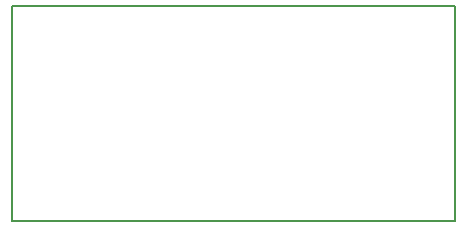
<source format=gbr>
G04 #@! TF.GenerationSoftware,KiCad,Pcbnew,(5.1.4-7-g8dd734fbd)*
G04 #@! TF.CreationDate,2019-09-01T10:21:26+03:00*
G04 #@! TF.ProjectId,usb1wireadapter,75736231-7769-4726-9561-646170746572,rev?*
G04 #@! TF.SameCoordinates,Original*
G04 #@! TF.FileFunction,Profile,NP*
%FSLAX46Y46*%
G04 Gerber Fmt 4.6, Leading zero omitted, Abs format (unit mm)*
G04 Created by KiCad (PCBNEW (5.1.4-7-g8dd734fbd)) date 2019-09-01 10:21:26*
%MOMM*%
%LPD*%
G04 APERTURE LIST*
%ADD10C,0.150000*%
G04 APERTURE END LIST*
D10*
X93300000Y-80200000D02*
X93300000Y-62000000D01*
X130800000Y-80200000D02*
X93300000Y-80200000D01*
X130800000Y-62000000D02*
X130800000Y-80200000D01*
X93300000Y-62000000D02*
X130800000Y-62000000D01*
M02*

</source>
